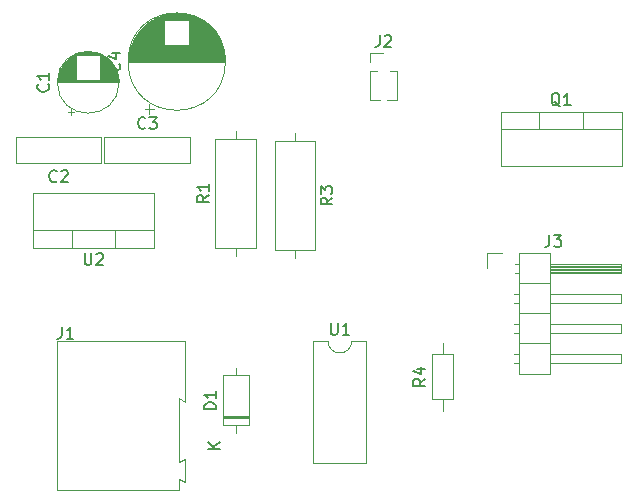
<source format=gbr>
G04 #@! TF.GenerationSoftware,KiCad,Pcbnew,(5.0.2-5)-5*
G04 #@! TF.CreationDate,2019-02-28T23:12:48+01:00*
G04 #@! TF.ProjectId,IkeaTradfriLEDdriver,496b6561-5472-4616-9466-72694c454464,rev?*
G04 #@! TF.SameCoordinates,Original*
G04 #@! TF.FileFunction,Legend,Top*
G04 #@! TF.FilePolarity,Positive*
%FSLAX46Y46*%
G04 Gerber Fmt 4.6, Leading zero omitted, Abs format (unit mm)*
G04 Created by KiCad (PCBNEW (5.0.2-5)-5) date 2019 February 28, Thursday 23:12:48*
%MOMM*%
%LPD*%
G01*
G04 APERTURE LIST*
%ADD10C,0.120000*%
%ADD11C,0.150000*%
G04 APERTURE END LIST*
D10*
G04 #@! TO.C,J1*
X68200000Y-158700000D02*
X57350000Y-158700000D01*
X68200000Y-163800000D02*
X68200000Y-158700000D01*
X67700000Y-163500000D02*
X68200000Y-163800000D01*
X67700000Y-168900000D02*
X67700000Y-163500000D01*
X68200000Y-168650000D02*
X67700000Y-168900000D01*
X68200000Y-168700000D02*
X68200000Y-168650000D01*
X68200000Y-170600000D02*
X68200000Y-168700000D01*
X67700000Y-170350000D02*
X68200000Y-170600000D01*
X67700000Y-171300000D02*
X67700000Y-170350000D01*
X57350000Y-171300000D02*
X67700000Y-171300000D01*
X57350000Y-158700000D02*
X57350000Y-171300000D01*
G04 #@! TO.C,U1*
X83560000Y-158670000D02*
X82310000Y-158670000D01*
X83560000Y-168950000D02*
X83560000Y-158670000D01*
X79060000Y-168950000D02*
X83560000Y-168950000D01*
X79060000Y-158670000D02*
X79060000Y-168950000D01*
X80310000Y-158670000D02*
X79060000Y-158670000D01*
X82310000Y-158670000D02*
G75*
G02X80310000Y-158670000I-1000000J0D01*
G01*
G04 #@! TO.C,C1*
X62620000Y-136750000D02*
G75*
G03X62620000Y-136750000I-2620000J0D01*
G01*
X57420000Y-136750000D02*
X62580000Y-136750000D01*
X57420000Y-136710000D02*
X62580000Y-136710000D01*
X57421000Y-136670000D02*
X62579000Y-136670000D01*
X57422000Y-136630000D02*
X62578000Y-136630000D01*
X57424000Y-136590000D02*
X62576000Y-136590000D01*
X57427000Y-136550000D02*
X62573000Y-136550000D01*
X57431000Y-136510000D02*
X58960000Y-136510000D01*
X61040000Y-136510000D02*
X62569000Y-136510000D01*
X57435000Y-136470000D02*
X58960000Y-136470000D01*
X61040000Y-136470000D02*
X62565000Y-136470000D01*
X57439000Y-136430000D02*
X58960000Y-136430000D01*
X61040000Y-136430000D02*
X62561000Y-136430000D01*
X57444000Y-136390000D02*
X58960000Y-136390000D01*
X61040000Y-136390000D02*
X62556000Y-136390000D01*
X57450000Y-136350000D02*
X58960000Y-136350000D01*
X61040000Y-136350000D02*
X62550000Y-136350000D01*
X57457000Y-136310000D02*
X58960000Y-136310000D01*
X61040000Y-136310000D02*
X62543000Y-136310000D01*
X57464000Y-136270000D02*
X58960000Y-136270000D01*
X61040000Y-136270000D02*
X62536000Y-136270000D01*
X57472000Y-136230000D02*
X58960000Y-136230000D01*
X61040000Y-136230000D02*
X62528000Y-136230000D01*
X57480000Y-136190000D02*
X58960000Y-136190000D01*
X61040000Y-136190000D02*
X62520000Y-136190000D01*
X57489000Y-136150000D02*
X58960000Y-136150000D01*
X61040000Y-136150000D02*
X62511000Y-136150000D01*
X57499000Y-136110000D02*
X58960000Y-136110000D01*
X61040000Y-136110000D02*
X62501000Y-136110000D01*
X57509000Y-136070000D02*
X58960000Y-136070000D01*
X61040000Y-136070000D02*
X62491000Y-136070000D01*
X57520000Y-136029000D02*
X58960000Y-136029000D01*
X61040000Y-136029000D02*
X62480000Y-136029000D01*
X57532000Y-135989000D02*
X58960000Y-135989000D01*
X61040000Y-135989000D02*
X62468000Y-135989000D01*
X57545000Y-135949000D02*
X58960000Y-135949000D01*
X61040000Y-135949000D02*
X62455000Y-135949000D01*
X57558000Y-135909000D02*
X58960000Y-135909000D01*
X61040000Y-135909000D02*
X62442000Y-135909000D01*
X57572000Y-135869000D02*
X58960000Y-135869000D01*
X61040000Y-135869000D02*
X62428000Y-135869000D01*
X57586000Y-135829000D02*
X58960000Y-135829000D01*
X61040000Y-135829000D02*
X62414000Y-135829000D01*
X57602000Y-135789000D02*
X58960000Y-135789000D01*
X61040000Y-135789000D02*
X62398000Y-135789000D01*
X57618000Y-135749000D02*
X58960000Y-135749000D01*
X61040000Y-135749000D02*
X62382000Y-135749000D01*
X57635000Y-135709000D02*
X58960000Y-135709000D01*
X61040000Y-135709000D02*
X62365000Y-135709000D01*
X57652000Y-135669000D02*
X58960000Y-135669000D01*
X61040000Y-135669000D02*
X62348000Y-135669000D01*
X57671000Y-135629000D02*
X58960000Y-135629000D01*
X61040000Y-135629000D02*
X62329000Y-135629000D01*
X57690000Y-135589000D02*
X58960000Y-135589000D01*
X61040000Y-135589000D02*
X62310000Y-135589000D01*
X57710000Y-135549000D02*
X58960000Y-135549000D01*
X61040000Y-135549000D02*
X62290000Y-135549000D01*
X57732000Y-135509000D02*
X58960000Y-135509000D01*
X61040000Y-135509000D02*
X62268000Y-135509000D01*
X57753000Y-135469000D02*
X58960000Y-135469000D01*
X61040000Y-135469000D02*
X62247000Y-135469000D01*
X57776000Y-135429000D02*
X58960000Y-135429000D01*
X61040000Y-135429000D02*
X62224000Y-135429000D01*
X57800000Y-135389000D02*
X58960000Y-135389000D01*
X61040000Y-135389000D02*
X62200000Y-135389000D01*
X57825000Y-135349000D02*
X58960000Y-135349000D01*
X61040000Y-135349000D02*
X62175000Y-135349000D01*
X57851000Y-135309000D02*
X58960000Y-135309000D01*
X61040000Y-135309000D02*
X62149000Y-135309000D01*
X57878000Y-135269000D02*
X58960000Y-135269000D01*
X61040000Y-135269000D02*
X62122000Y-135269000D01*
X57905000Y-135229000D02*
X58960000Y-135229000D01*
X61040000Y-135229000D02*
X62095000Y-135229000D01*
X57935000Y-135189000D02*
X58960000Y-135189000D01*
X61040000Y-135189000D02*
X62065000Y-135189000D01*
X57965000Y-135149000D02*
X58960000Y-135149000D01*
X61040000Y-135149000D02*
X62035000Y-135149000D01*
X57996000Y-135109000D02*
X58960000Y-135109000D01*
X61040000Y-135109000D02*
X62004000Y-135109000D01*
X58029000Y-135069000D02*
X58960000Y-135069000D01*
X61040000Y-135069000D02*
X61971000Y-135069000D01*
X58063000Y-135029000D02*
X58960000Y-135029000D01*
X61040000Y-135029000D02*
X61937000Y-135029000D01*
X58099000Y-134989000D02*
X58960000Y-134989000D01*
X61040000Y-134989000D02*
X61901000Y-134989000D01*
X58136000Y-134949000D02*
X58960000Y-134949000D01*
X61040000Y-134949000D02*
X61864000Y-134949000D01*
X58174000Y-134909000D02*
X58960000Y-134909000D01*
X61040000Y-134909000D02*
X61826000Y-134909000D01*
X58215000Y-134869000D02*
X58960000Y-134869000D01*
X61040000Y-134869000D02*
X61785000Y-134869000D01*
X58257000Y-134829000D02*
X58960000Y-134829000D01*
X61040000Y-134829000D02*
X61743000Y-134829000D01*
X58301000Y-134789000D02*
X58960000Y-134789000D01*
X61040000Y-134789000D02*
X61699000Y-134789000D01*
X58347000Y-134749000D02*
X58960000Y-134749000D01*
X61040000Y-134749000D02*
X61653000Y-134749000D01*
X58395000Y-134709000D02*
X58960000Y-134709000D01*
X61040000Y-134709000D02*
X61605000Y-134709000D01*
X58446000Y-134669000D02*
X58960000Y-134669000D01*
X61040000Y-134669000D02*
X61554000Y-134669000D01*
X58500000Y-134629000D02*
X58960000Y-134629000D01*
X61040000Y-134629000D02*
X61500000Y-134629000D01*
X58557000Y-134589000D02*
X58960000Y-134589000D01*
X61040000Y-134589000D02*
X61443000Y-134589000D01*
X58617000Y-134549000D02*
X58960000Y-134549000D01*
X61040000Y-134549000D02*
X61383000Y-134549000D01*
X58681000Y-134509000D02*
X58960000Y-134509000D01*
X61040000Y-134509000D02*
X61319000Y-134509000D01*
X58749000Y-134469000D02*
X58960000Y-134469000D01*
X61040000Y-134469000D02*
X61251000Y-134469000D01*
X58822000Y-134429000D02*
X61178000Y-134429000D01*
X58902000Y-134389000D02*
X61098000Y-134389000D01*
X58989000Y-134349000D02*
X61011000Y-134349000D01*
X59085000Y-134309000D02*
X60915000Y-134309000D01*
X59195000Y-134269000D02*
X60805000Y-134269000D01*
X59323000Y-134229000D02*
X60677000Y-134229000D01*
X59482000Y-134189000D02*
X60518000Y-134189000D01*
X59716000Y-134149000D02*
X60284000Y-134149000D01*
X58525000Y-139554775D02*
X58525000Y-139054775D01*
X58275000Y-139304775D02*
X58775000Y-139304775D01*
G04 #@! TO.C,C2*
X61120000Y-143620000D02*
X53880000Y-143620000D01*
X61120000Y-141380000D02*
X53880000Y-141380000D01*
X61120000Y-143620000D02*
X61120000Y-141380000D01*
X53880000Y-143620000D02*
X53880000Y-141380000D01*
G04 #@! TO.C,C3*
X68620000Y-141380000D02*
X68620000Y-143620000D01*
X61380000Y-141380000D02*
X61380000Y-143620000D01*
X61380000Y-143620000D02*
X68620000Y-143620000D01*
X61380000Y-141380000D02*
X68620000Y-141380000D01*
G04 #@! TO.C,C4*
X71620000Y-135000000D02*
G75*
G03X71620000Y-135000000I-4120000J0D01*
G01*
X63420000Y-135000000D02*
X71580000Y-135000000D01*
X63420000Y-134960000D02*
X71580000Y-134960000D01*
X63420000Y-134920000D02*
X71580000Y-134920000D01*
X63421000Y-134880000D02*
X71579000Y-134880000D01*
X63423000Y-134840000D02*
X71577000Y-134840000D01*
X63424000Y-134800000D02*
X71576000Y-134800000D01*
X63426000Y-134760000D02*
X71574000Y-134760000D01*
X63429000Y-134720000D02*
X71571000Y-134720000D01*
X63432000Y-134680000D02*
X71568000Y-134680000D01*
X63435000Y-134640000D02*
X71565000Y-134640000D01*
X63439000Y-134600000D02*
X71561000Y-134600000D01*
X63443000Y-134560000D02*
X71557000Y-134560000D01*
X63448000Y-134520000D02*
X71552000Y-134520000D01*
X63452000Y-134480000D02*
X71548000Y-134480000D01*
X63458000Y-134440000D02*
X71542000Y-134440000D01*
X63463000Y-134400000D02*
X71537000Y-134400000D01*
X63470000Y-134360000D02*
X71530000Y-134360000D01*
X63476000Y-134320000D02*
X71524000Y-134320000D01*
X63483000Y-134279000D02*
X71517000Y-134279000D01*
X63490000Y-134239000D02*
X71510000Y-134239000D01*
X63498000Y-134199000D02*
X71502000Y-134199000D01*
X63506000Y-134159000D02*
X71494000Y-134159000D01*
X63515000Y-134119000D02*
X71485000Y-134119000D01*
X63524000Y-134079000D02*
X71476000Y-134079000D01*
X63533000Y-134039000D02*
X71467000Y-134039000D01*
X63543000Y-133999000D02*
X71457000Y-133999000D01*
X63553000Y-133959000D02*
X71447000Y-133959000D01*
X63564000Y-133919000D02*
X71436000Y-133919000D01*
X63575000Y-133879000D02*
X71425000Y-133879000D01*
X63586000Y-133839000D02*
X71414000Y-133839000D01*
X63598000Y-133799000D02*
X71402000Y-133799000D01*
X63611000Y-133759000D02*
X71389000Y-133759000D01*
X63623000Y-133719000D02*
X71377000Y-133719000D01*
X63637000Y-133679000D02*
X71363000Y-133679000D01*
X63650000Y-133639000D02*
X71350000Y-133639000D01*
X63665000Y-133599000D02*
X71335000Y-133599000D01*
X63679000Y-133559000D02*
X71321000Y-133559000D01*
X63695000Y-133519000D02*
X66460000Y-133519000D01*
X68540000Y-133519000D02*
X71305000Y-133519000D01*
X63710000Y-133479000D02*
X66460000Y-133479000D01*
X68540000Y-133479000D02*
X71290000Y-133479000D01*
X63726000Y-133439000D02*
X66460000Y-133439000D01*
X68540000Y-133439000D02*
X71274000Y-133439000D01*
X63743000Y-133399000D02*
X66460000Y-133399000D01*
X68540000Y-133399000D02*
X71257000Y-133399000D01*
X63760000Y-133359000D02*
X66460000Y-133359000D01*
X68540000Y-133359000D02*
X71240000Y-133359000D01*
X63778000Y-133319000D02*
X66460000Y-133319000D01*
X68540000Y-133319000D02*
X71222000Y-133319000D01*
X63796000Y-133279000D02*
X66460000Y-133279000D01*
X68540000Y-133279000D02*
X71204000Y-133279000D01*
X63814000Y-133239000D02*
X66460000Y-133239000D01*
X68540000Y-133239000D02*
X71186000Y-133239000D01*
X63834000Y-133199000D02*
X66460000Y-133199000D01*
X68540000Y-133199000D02*
X71166000Y-133199000D01*
X63853000Y-133159000D02*
X66460000Y-133159000D01*
X68540000Y-133159000D02*
X71147000Y-133159000D01*
X63873000Y-133119000D02*
X66460000Y-133119000D01*
X68540000Y-133119000D02*
X71127000Y-133119000D01*
X63894000Y-133079000D02*
X66460000Y-133079000D01*
X68540000Y-133079000D02*
X71106000Y-133079000D01*
X63916000Y-133039000D02*
X66460000Y-133039000D01*
X68540000Y-133039000D02*
X71084000Y-133039000D01*
X63938000Y-132999000D02*
X66460000Y-132999000D01*
X68540000Y-132999000D02*
X71062000Y-132999000D01*
X63960000Y-132959000D02*
X66460000Y-132959000D01*
X68540000Y-132959000D02*
X71040000Y-132959000D01*
X63983000Y-132919000D02*
X66460000Y-132919000D01*
X68540000Y-132919000D02*
X71017000Y-132919000D01*
X64007000Y-132879000D02*
X66460000Y-132879000D01*
X68540000Y-132879000D02*
X70993000Y-132879000D01*
X64031000Y-132839000D02*
X66460000Y-132839000D01*
X68540000Y-132839000D02*
X70969000Y-132839000D01*
X64056000Y-132799000D02*
X66460000Y-132799000D01*
X68540000Y-132799000D02*
X70944000Y-132799000D01*
X64082000Y-132759000D02*
X66460000Y-132759000D01*
X68540000Y-132759000D02*
X70918000Y-132759000D01*
X64108000Y-132719000D02*
X66460000Y-132719000D01*
X68540000Y-132719000D02*
X70892000Y-132719000D01*
X64135000Y-132679000D02*
X66460000Y-132679000D01*
X68540000Y-132679000D02*
X70865000Y-132679000D01*
X64162000Y-132639000D02*
X66460000Y-132639000D01*
X68540000Y-132639000D02*
X70838000Y-132639000D01*
X64191000Y-132599000D02*
X66460000Y-132599000D01*
X68540000Y-132599000D02*
X70809000Y-132599000D01*
X64220000Y-132559000D02*
X66460000Y-132559000D01*
X68540000Y-132559000D02*
X70780000Y-132559000D01*
X64250000Y-132519000D02*
X66460000Y-132519000D01*
X68540000Y-132519000D02*
X70750000Y-132519000D01*
X64280000Y-132479000D02*
X66460000Y-132479000D01*
X68540000Y-132479000D02*
X70720000Y-132479000D01*
X64311000Y-132439000D02*
X66460000Y-132439000D01*
X68540000Y-132439000D02*
X70689000Y-132439000D01*
X64344000Y-132399000D02*
X66460000Y-132399000D01*
X68540000Y-132399000D02*
X70656000Y-132399000D01*
X64376000Y-132359000D02*
X66460000Y-132359000D01*
X68540000Y-132359000D02*
X70624000Y-132359000D01*
X64410000Y-132319000D02*
X66460000Y-132319000D01*
X68540000Y-132319000D02*
X70590000Y-132319000D01*
X64445000Y-132279000D02*
X66460000Y-132279000D01*
X68540000Y-132279000D02*
X70555000Y-132279000D01*
X64481000Y-132239000D02*
X66460000Y-132239000D01*
X68540000Y-132239000D02*
X70519000Y-132239000D01*
X64517000Y-132199000D02*
X66460000Y-132199000D01*
X68540000Y-132199000D02*
X70483000Y-132199000D01*
X64555000Y-132159000D02*
X66460000Y-132159000D01*
X68540000Y-132159000D02*
X70445000Y-132159000D01*
X64593000Y-132119000D02*
X66460000Y-132119000D01*
X68540000Y-132119000D02*
X70407000Y-132119000D01*
X64633000Y-132079000D02*
X66460000Y-132079000D01*
X68540000Y-132079000D02*
X70367000Y-132079000D01*
X64674000Y-132039000D02*
X66460000Y-132039000D01*
X68540000Y-132039000D02*
X70326000Y-132039000D01*
X64716000Y-131999000D02*
X66460000Y-131999000D01*
X68540000Y-131999000D02*
X70284000Y-131999000D01*
X64759000Y-131959000D02*
X66460000Y-131959000D01*
X68540000Y-131959000D02*
X70241000Y-131959000D01*
X64803000Y-131919000D02*
X66460000Y-131919000D01*
X68540000Y-131919000D02*
X70197000Y-131919000D01*
X64849000Y-131879000D02*
X66460000Y-131879000D01*
X68540000Y-131879000D02*
X70151000Y-131879000D01*
X64896000Y-131839000D02*
X66460000Y-131839000D01*
X68540000Y-131839000D02*
X70104000Y-131839000D01*
X64944000Y-131799000D02*
X66460000Y-131799000D01*
X68540000Y-131799000D02*
X70056000Y-131799000D01*
X64995000Y-131759000D02*
X66460000Y-131759000D01*
X68540000Y-131759000D02*
X70005000Y-131759000D01*
X65046000Y-131719000D02*
X66460000Y-131719000D01*
X68540000Y-131719000D02*
X69954000Y-131719000D01*
X65100000Y-131679000D02*
X66460000Y-131679000D01*
X68540000Y-131679000D02*
X69900000Y-131679000D01*
X65155000Y-131639000D02*
X66460000Y-131639000D01*
X68540000Y-131639000D02*
X69845000Y-131639000D01*
X65213000Y-131599000D02*
X66460000Y-131599000D01*
X68540000Y-131599000D02*
X69787000Y-131599000D01*
X65272000Y-131559000D02*
X66460000Y-131559000D01*
X68540000Y-131559000D02*
X69728000Y-131559000D01*
X65334000Y-131519000D02*
X66460000Y-131519000D01*
X68540000Y-131519000D02*
X69666000Y-131519000D01*
X65398000Y-131479000D02*
X66460000Y-131479000D01*
X68540000Y-131479000D02*
X69602000Y-131479000D01*
X65466000Y-131439000D02*
X69534000Y-131439000D01*
X65536000Y-131399000D02*
X69464000Y-131399000D01*
X65610000Y-131359000D02*
X69390000Y-131359000D01*
X65687000Y-131319000D02*
X69313000Y-131319000D01*
X65769000Y-131279000D02*
X69231000Y-131279000D01*
X65855000Y-131239000D02*
X69145000Y-131239000D01*
X65948000Y-131199000D02*
X69052000Y-131199000D01*
X66047000Y-131159000D02*
X68953000Y-131159000D01*
X66154000Y-131119000D02*
X68846000Y-131119000D01*
X66271000Y-131079000D02*
X68729000Y-131079000D01*
X66402000Y-131039000D02*
X68598000Y-131039000D01*
X66552000Y-130999000D02*
X68448000Y-130999000D01*
X66732000Y-130959000D02*
X68268000Y-130959000D01*
X66967000Y-130919000D02*
X68033000Y-130919000D01*
X65185000Y-139409698D02*
X65185000Y-138609698D01*
X64785000Y-139009698D02*
X65585000Y-139009698D01*
G04 #@! TO.C,D1*
X71380000Y-165810000D02*
X73620000Y-165810000D01*
X73620000Y-165810000D02*
X73620000Y-161570000D01*
X73620000Y-161570000D02*
X71380000Y-161570000D01*
X71380000Y-161570000D02*
X71380000Y-165810000D01*
X72500000Y-166460000D02*
X72500000Y-165810000D01*
X72500000Y-160920000D02*
X72500000Y-161570000D01*
X71380000Y-165090000D02*
X73620000Y-165090000D01*
X71380000Y-164970000D02*
X73620000Y-164970000D01*
X71380000Y-165210000D02*
X73620000Y-165210000D01*
G04 #@! TO.C,J2*
X83890000Y-138235000D02*
X84692470Y-138235000D01*
X85307530Y-138235000D02*
X86110000Y-138235000D01*
X83890000Y-135760000D02*
X83890000Y-138235000D01*
X86110000Y-135760000D02*
X86110000Y-138235000D01*
X83890000Y-135760000D02*
X84436529Y-135760000D01*
X85563471Y-135760000D02*
X86110000Y-135760000D01*
X83890000Y-135000000D02*
X83890000Y-134240000D01*
X83890000Y-134240000D02*
X85000000Y-134240000D01*
G04 #@! TO.C,J3*
X96440000Y-151170000D02*
X96440000Y-161450000D01*
X96440000Y-161450000D02*
X99100000Y-161450000D01*
X99100000Y-161450000D02*
X99100000Y-151170000D01*
X99100000Y-151170000D02*
X96440000Y-151170000D01*
X99100000Y-152120000D02*
X105100000Y-152120000D01*
X105100000Y-152120000D02*
X105100000Y-152880000D01*
X105100000Y-152880000D02*
X99100000Y-152880000D01*
X99100000Y-152180000D02*
X105100000Y-152180000D01*
X99100000Y-152300000D02*
X105100000Y-152300000D01*
X99100000Y-152420000D02*
X105100000Y-152420000D01*
X99100000Y-152540000D02*
X105100000Y-152540000D01*
X99100000Y-152660000D02*
X105100000Y-152660000D01*
X99100000Y-152780000D02*
X105100000Y-152780000D01*
X96110000Y-152120000D02*
X96440000Y-152120000D01*
X96110000Y-152880000D02*
X96440000Y-152880000D01*
X96440000Y-153770000D02*
X99100000Y-153770000D01*
X99100000Y-154660000D02*
X105100000Y-154660000D01*
X105100000Y-154660000D02*
X105100000Y-155420000D01*
X105100000Y-155420000D02*
X99100000Y-155420000D01*
X96042929Y-154660000D02*
X96440000Y-154660000D01*
X96042929Y-155420000D02*
X96440000Y-155420000D01*
X96440000Y-156310000D02*
X99100000Y-156310000D01*
X99100000Y-157200000D02*
X105100000Y-157200000D01*
X105100000Y-157200000D02*
X105100000Y-157960000D01*
X105100000Y-157960000D02*
X99100000Y-157960000D01*
X96042929Y-157200000D02*
X96440000Y-157200000D01*
X96042929Y-157960000D02*
X96440000Y-157960000D01*
X96440000Y-158850000D02*
X99100000Y-158850000D01*
X99100000Y-159740000D02*
X105100000Y-159740000D01*
X105100000Y-159740000D02*
X105100000Y-160500000D01*
X105100000Y-160500000D02*
X99100000Y-160500000D01*
X96042929Y-159740000D02*
X96440000Y-159740000D01*
X96042929Y-160500000D02*
X96440000Y-160500000D01*
X93730000Y-152500000D02*
X93730000Y-151230000D01*
X93730000Y-151230000D02*
X95000000Y-151230000D01*
G04 #@! TO.C,Q1*
X94920000Y-139230000D02*
X105160000Y-139230000D01*
X94920000Y-143871000D02*
X105160000Y-143871000D01*
X94920000Y-139230000D02*
X94920000Y-143871000D01*
X105160000Y-139230000D02*
X105160000Y-143871000D01*
X94920000Y-140740000D02*
X105160000Y-140740000D01*
X98190000Y-139230000D02*
X98190000Y-140740000D01*
X101891000Y-139230000D02*
X101891000Y-140740000D01*
G04 #@! TO.C,R1*
X70780000Y-150770000D02*
X74220000Y-150770000D01*
X74220000Y-150770000D02*
X74220000Y-141530000D01*
X74220000Y-141530000D02*
X70780000Y-141530000D01*
X70780000Y-141530000D02*
X70780000Y-150770000D01*
X72500000Y-151460000D02*
X72500000Y-150770000D01*
X72500000Y-140840000D02*
X72500000Y-141530000D01*
G04 #@! TO.C,R3*
X77500000Y-151660000D02*
X77500000Y-150970000D01*
X77500000Y-141040000D02*
X77500000Y-141730000D01*
X79220000Y-150970000D02*
X79220000Y-141730000D01*
X75780000Y-150970000D02*
X79220000Y-150970000D01*
X75780000Y-141730000D02*
X75780000Y-150970000D01*
X79220000Y-141730000D02*
X75780000Y-141730000D01*
G04 #@! TO.C,R4*
X89080000Y-163610000D02*
X90920000Y-163610000D01*
X90920000Y-163610000D02*
X90920000Y-159770000D01*
X90920000Y-159770000D02*
X89080000Y-159770000D01*
X89080000Y-159770000D02*
X89080000Y-163610000D01*
X90000000Y-164560000D02*
X90000000Y-163610000D01*
X90000000Y-158820000D02*
X90000000Y-159770000D01*
G04 #@! TO.C,U2*
X58609000Y-150770000D02*
X58609000Y-149260000D01*
X62310000Y-150770000D02*
X62310000Y-149260000D01*
X65580000Y-149260000D02*
X55340000Y-149260000D01*
X55340000Y-150770000D02*
X55340000Y-146129000D01*
X65580000Y-150770000D02*
X65580000Y-146129000D01*
X65580000Y-146129000D02*
X55340000Y-146129000D01*
X65580000Y-150770000D02*
X55340000Y-150770000D01*
G04 #@! TO.C,J1*
D11*
X57746666Y-157462380D02*
X57746666Y-158176666D01*
X57699047Y-158319523D01*
X57603809Y-158414761D01*
X57460952Y-158462380D01*
X57365714Y-158462380D01*
X58746666Y-158462380D02*
X58175238Y-158462380D01*
X58460952Y-158462380D02*
X58460952Y-157462380D01*
X58365714Y-157605238D01*
X58270476Y-157700476D01*
X58175238Y-157748095D01*
G04 #@! TO.C,U1*
X80548095Y-157122380D02*
X80548095Y-157931904D01*
X80595714Y-158027142D01*
X80643333Y-158074761D01*
X80738571Y-158122380D01*
X80929047Y-158122380D01*
X81024285Y-158074761D01*
X81071904Y-158027142D01*
X81119523Y-157931904D01*
X81119523Y-157122380D01*
X82119523Y-158122380D02*
X81548095Y-158122380D01*
X81833809Y-158122380D02*
X81833809Y-157122380D01*
X81738571Y-157265238D01*
X81643333Y-157360476D01*
X81548095Y-157408095D01*
G04 #@! TO.C,C1*
X56607142Y-136916666D02*
X56654761Y-136964285D01*
X56702380Y-137107142D01*
X56702380Y-137202380D01*
X56654761Y-137345238D01*
X56559523Y-137440476D01*
X56464285Y-137488095D01*
X56273809Y-137535714D01*
X56130952Y-137535714D01*
X55940476Y-137488095D01*
X55845238Y-137440476D01*
X55750000Y-137345238D01*
X55702380Y-137202380D01*
X55702380Y-137107142D01*
X55750000Y-136964285D01*
X55797619Y-136916666D01*
X56702380Y-135964285D02*
X56702380Y-136535714D01*
X56702380Y-136250000D02*
X55702380Y-136250000D01*
X55845238Y-136345238D01*
X55940476Y-136440476D01*
X55988095Y-136535714D01*
G04 #@! TO.C,C2*
X57333333Y-145107142D02*
X57285714Y-145154761D01*
X57142857Y-145202380D01*
X57047619Y-145202380D01*
X56904761Y-145154761D01*
X56809523Y-145059523D01*
X56761904Y-144964285D01*
X56714285Y-144773809D01*
X56714285Y-144630952D01*
X56761904Y-144440476D01*
X56809523Y-144345238D01*
X56904761Y-144250000D01*
X57047619Y-144202380D01*
X57142857Y-144202380D01*
X57285714Y-144250000D01*
X57333333Y-144297619D01*
X57714285Y-144297619D02*
X57761904Y-144250000D01*
X57857142Y-144202380D01*
X58095238Y-144202380D01*
X58190476Y-144250000D01*
X58238095Y-144297619D01*
X58285714Y-144392857D01*
X58285714Y-144488095D01*
X58238095Y-144630952D01*
X57666666Y-145202380D01*
X58285714Y-145202380D01*
G04 #@! TO.C,C3*
X64833333Y-140607142D02*
X64785714Y-140654761D01*
X64642857Y-140702380D01*
X64547619Y-140702380D01*
X64404761Y-140654761D01*
X64309523Y-140559523D01*
X64261904Y-140464285D01*
X64214285Y-140273809D01*
X64214285Y-140130952D01*
X64261904Y-139940476D01*
X64309523Y-139845238D01*
X64404761Y-139750000D01*
X64547619Y-139702380D01*
X64642857Y-139702380D01*
X64785714Y-139750000D01*
X64833333Y-139797619D01*
X65166666Y-139702380D02*
X65785714Y-139702380D01*
X65452380Y-140083333D01*
X65595238Y-140083333D01*
X65690476Y-140130952D01*
X65738095Y-140178571D01*
X65785714Y-140273809D01*
X65785714Y-140511904D01*
X65738095Y-140607142D01*
X65690476Y-140654761D01*
X65595238Y-140702380D01*
X65309523Y-140702380D01*
X65214285Y-140654761D01*
X65166666Y-140607142D01*
G04 #@! TO.C,C4*
X62607142Y-135166666D02*
X62654761Y-135214285D01*
X62702380Y-135357142D01*
X62702380Y-135452380D01*
X62654761Y-135595238D01*
X62559523Y-135690476D01*
X62464285Y-135738095D01*
X62273809Y-135785714D01*
X62130952Y-135785714D01*
X61940476Y-135738095D01*
X61845238Y-135690476D01*
X61750000Y-135595238D01*
X61702380Y-135452380D01*
X61702380Y-135357142D01*
X61750000Y-135214285D01*
X61797619Y-135166666D01*
X62035714Y-134309523D02*
X62702380Y-134309523D01*
X61654761Y-134547619D02*
X62369047Y-134785714D01*
X62369047Y-134166666D01*
G04 #@! TO.C,D1*
X70832380Y-164428095D02*
X69832380Y-164428095D01*
X69832380Y-164190000D01*
X69880000Y-164047142D01*
X69975238Y-163951904D01*
X70070476Y-163904285D01*
X70260952Y-163856666D01*
X70403809Y-163856666D01*
X70594285Y-163904285D01*
X70689523Y-163951904D01*
X70784761Y-164047142D01*
X70832380Y-164190000D01*
X70832380Y-164428095D01*
X70832380Y-162904285D02*
X70832380Y-163475714D01*
X70832380Y-163190000D02*
X69832380Y-163190000D01*
X69975238Y-163285238D01*
X70070476Y-163380476D01*
X70118095Y-163475714D01*
X71152380Y-167761904D02*
X70152380Y-167761904D01*
X71152380Y-167190476D02*
X70580952Y-167619047D01*
X70152380Y-167190476D02*
X70723809Y-167761904D01*
G04 #@! TO.C,J2*
X84666666Y-132757380D02*
X84666666Y-133471666D01*
X84619047Y-133614523D01*
X84523809Y-133709761D01*
X84380952Y-133757380D01*
X84285714Y-133757380D01*
X85095238Y-132852619D02*
X85142857Y-132805000D01*
X85238095Y-132757380D01*
X85476190Y-132757380D01*
X85571428Y-132805000D01*
X85619047Y-132852619D01*
X85666666Y-132947857D01*
X85666666Y-133043095D01*
X85619047Y-133185952D01*
X85047619Y-133757380D01*
X85666666Y-133757380D01*
G04 #@! TO.C,J3*
X99051666Y-149682380D02*
X99051666Y-150396666D01*
X99004047Y-150539523D01*
X98908809Y-150634761D01*
X98765952Y-150682380D01*
X98670714Y-150682380D01*
X99432619Y-149682380D02*
X100051666Y-149682380D01*
X99718333Y-150063333D01*
X99861190Y-150063333D01*
X99956428Y-150110952D01*
X100004047Y-150158571D01*
X100051666Y-150253809D01*
X100051666Y-150491904D01*
X100004047Y-150587142D01*
X99956428Y-150634761D01*
X99861190Y-150682380D01*
X99575476Y-150682380D01*
X99480238Y-150634761D01*
X99432619Y-150587142D01*
G04 #@! TO.C,Q1*
X99944761Y-138777619D02*
X99849523Y-138730000D01*
X99754285Y-138634761D01*
X99611428Y-138491904D01*
X99516190Y-138444285D01*
X99420952Y-138444285D01*
X99468571Y-138682380D02*
X99373333Y-138634761D01*
X99278095Y-138539523D01*
X99230476Y-138349047D01*
X99230476Y-138015714D01*
X99278095Y-137825238D01*
X99373333Y-137730000D01*
X99468571Y-137682380D01*
X99659047Y-137682380D01*
X99754285Y-137730000D01*
X99849523Y-137825238D01*
X99897142Y-138015714D01*
X99897142Y-138349047D01*
X99849523Y-138539523D01*
X99754285Y-138634761D01*
X99659047Y-138682380D01*
X99468571Y-138682380D01*
X100849523Y-138682380D02*
X100278095Y-138682380D01*
X100563809Y-138682380D02*
X100563809Y-137682380D01*
X100468571Y-137825238D01*
X100373333Y-137920476D01*
X100278095Y-137968095D01*
G04 #@! TO.C,R1*
X70232380Y-146316666D02*
X69756190Y-146650000D01*
X70232380Y-146888095D02*
X69232380Y-146888095D01*
X69232380Y-146507142D01*
X69280000Y-146411904D01*
X69327619Y-146364285D01*
X69422857Y-146316666D01*
X69565714Y-146316666D01*
X69660952Y-146364285D01*
X69708571Y-146411904D01*
X69756190Y-146507142D01*
X69756190Y-146888095D01*
X70232380Y-145364285D02*
X70232380Y-145935714D01*
X70232380Y-145650000D02*
X69232380Y-145650000D01*
X69375238Y-145745238D01*
X69470476Y-145840476D01*
X69518095Y-145935714D01*
G04 #@! TO.C,R3*
X80672380Y-146516666D02*
X80196190Y-146850000D01*
X80672380Y-147088095D02*
X79672380Y-147088095D01*
X79672380Y-146707142D01*
X79720000Y-146611904D01*
X79767619Y-146564285D01*
X79862857Y-146516666D01*
X80005714Y-146516666D01*
X80100952Y-146564285D01*
X80148571Y-146611904D01*
X80196190Y-146707142D01*
X80196190Y-147088095D01*
X79672380Y-146183333D02*
X79672380Y-145564285D01*
X80053333Y-145897619D01*
X80053333Y-145754761D01*
X80100952Y-145659523D01*
X80148571Y-145611904D01*
X80243809Y-145564285D01*
X80481904Y-145564285D01*
X80577142Y-145611904D01*
X80624761Y-145659523D01*
X80672380Y-145754761D01*
X80672380Y-146040476D01*
X80624761Y-146135714D01*
X80577142Y-146183333D01*
G04 #@! TO.C,R4*
X88532380Y-161856666D02*
X88056190Y-162190000D01*
X88532380Y-162428095D02*
X87532380Y-162428095D01*
X87532380Y-162047142D01*
X87580000Y-161951904D01*
X87627619Y-161904285D01*
X87722857Y-161856666D01*
X87865714Y-161856666D01*
X87960952Y-161904285D01*
X88008571Y-161951904D01*
X88056190Y-162047142D01*
X88056190Y-162428095D01*
X87865714Y-160999523D02*
X88532380Y-160999523D01*
X87484761Y-161237619D02*
X88199047Y-161475714D01*
X88199047Y-160856666D01*
G04 #@! TO.C,U2*
X59698095Y-151222380D02*
X59698095Y-152031904D01*
X59745714Y-152127142D01*
X59793333Y-152174761D01*
X59888571Y-152222380D01*
X60079047Y-152222380D01*
X60174285Y-152174761D01*
X60221904Y-152127142D01*
X60269523Y-152031904D01*
X60269523Y-151222380D01*
X60698095Y-151317619D02*
X60745714Y-151270000D01*
X60840952Y-151222380D01*
X61079047Y-151222380D01*
X61174285Y-151270000D01*
X61221904Y-151317619D01*
X61269523Y-151412857D01*
X61269523Y-151508095D01*
X61221904Y-151650952D01*
X60650476Y-152222380D01*
X61269523Y-152222380D01*
G04 #@! TD*
M02*

</source>
